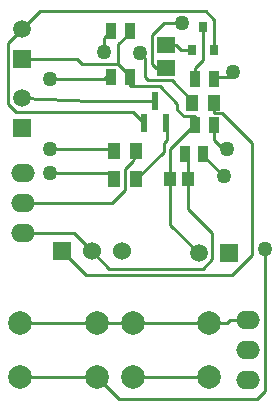
<source format=gbl>
G04 Layer_Physical_Order=2*
G04 Layer_Color=11436288*
%FSLAX25Y25*%
%MOIN*%
G70*
G01*
G75*
%ADD10R,0.03937X0.05118*%
%ADD13C,0.01000*%
%ADD14C,0.07874*%
%ADD15C,0.06000*%
%ADD16R,0.06000X0.06000*%
%ADD17C,0.05906*%
%ADD18R,0.05906X0.05906*%
%ADD19O,0.08000X0.06000*%
%ADD20R,0.05906X0.05906*%
%ADD21C,0.05000*%
%ADD22R,0.02362X0.06299*%
%ADD23R,0.03740X0.05315*%
%ADD24R,0.03150X0.03543*%
%ADD25R,0.06102X0.05315*%
%ADD26R,0.04134X0.05512*%
D10*
X169453Y436500D02*
D03*
X163547D02*
D03*
D13*
X150051Y467504D02*
X160096D01*
X178051Y470800D02*
X182700D01*
X114300Y428500D02*
X144000D01*
X148500Y433000D01*
Y440000D01*
X151040Y442540D01*
X152240Y446000D01*
X174500Y476151D02*
Y487437D01*
X171949Y473600D02*
X174500Y476151D01*
X171949Y470000D02*
Y473600D01*
X195000Y366000D02*
Y413300D01*
X192400Y363400D02*
X195000Y366000D01*
X146474Y363400D02*
X192400D01*
X139091Y370783D02*
X146474Y363400D01*
X137157Y462543D02*
X158500D01*
X114000Y463500D02*
X137157Y462543D01*
X157400Y475000D02*
X158739Y473661D01*
X162000D01*
X143949Y470500D02*
Y472500D01*
X127500Y412500D02*
X135500Y404500D01*
X184000D01*
X190715Y411215D01*
Y448785D01*
X180800Y458700D02*
X190715Y448785D01*
X178240Y458700D02*
X180800D01*
X178240D02*
Y462000D01*
X178051Y449549D02*
Y454500D01*
X182700Y470800D02*
X184300Y472400D01*
X178051Y470000D02*
Y470800D01*
X150051Y467504D02*
Y470500D01*
X160096Y467504D02*
X165900Y461700D01*
Y459800D02*
Y461700D01*
Y459800D02*
X168000Y457700D01*
X171949D01*
Y454500D02*
Y457700D01*
X170760Y462000D02*
Y462744D01*
X164000Y469504D02*
X170760Y462744D01*
X156196Y469504D02*
X164000D01*
X155100Y470600D02*
X156196Y469504D01*
X155100Y470600D02*
Y476800D01*
X153400Y478500D02*
X155100Y476800D01*
X178240Y479563D02*
Y489560D01*
X167206Y479563D02*
X170760D01*
X165431Y481339D02*
X167206Y479563D01*
X162000Y481339D02*
X165431D01*
X109500Y461500D02*
X112000Y459000D01*
X109500Y461500D02*
Y482000D01*
X114000Y486500D01*
X169453Y426547D02*
Y436500D01*
Y426547D02*
X177500Y418500D01*
Y410000D02*
Y418500D01*
X174300Y406800D02*
X177500Y410000D01*
X143200Y406800D02*
X174300D01*
X137500Y412500D02*
X143200Y406800D01*
X171949Y453700D02*
Y454500D01*
X163547Y421453D02*
X173000Y412000D01*
X163547Y421453D02*
Y436500D01*
X114500Y418500D02*
X131500D01*
X137500Y412500D01*
X183500Y389500D02*
X189500D01*
X182500Y388500D02*
X183500Y389500D01*
X176591Y388500D02*
X182500D01*
X113500D02*
X139091D01*
X151000D02*
X176591D01*
X139091D02*
X151000D01*
X113500Y370783D02*
X139091D01*
X151000D02*
X176591D01*
X178051Y449549D02*
X181100Y446500D01*
X182500D01*
X123500D02*
X144260D01*
X123500Y438500D02*
X142760D01*
X141449Y470000D02*
X143949Y472500D01*
X123500Y470000D02*
X141449D01*
X163547Y446747D02*
X171300Y454500D01*
X163547Y436500D02*
Y446747D01*
X169453Y436500D02*
Y443996D01*
X174551Y444449D02*
Y445000D01*
Y444449D02*
X181500Y437500D01*
X141500Y483551D02*
X143949Y486000D01*
X141500Y479000D02*
Y483551D01*
X132500Y476500D02*
X134000Y475000D01*
X146098D02*
X150051Y471046D01*
X134000Y475000D02*
X146098D01*
X114000Y476500D02*
X132500D01*
X150051Y470500D02*
Y471046D01*
X146098Y475000D02*
Y481500D01*
X150051Y485454D01*
Y486000D01*
X167500Y487200D02*
Y488500D01*
X120000Y492500D02*
X175300D01*
X114000Y486500D02*
X120000Y492500D01*
X175300D02*
X178240Y489560D01*
X157400Y475000D02*
Y484569D01*
X161331Y488500D02*
X167500D01*
X157400Y484569D02*
X161331Y488500D01*
X112000Y459000D02*
X151216D01*
X154760Y455457D01*
X152240Y436500D02*
X161547Y445807D01*
Y448528D01*
X162500Y449481D01*
Y455197D01*
D14*
X151000Y388500D02*
D03*
Y370783D02*
D03*
X176591Y388500D02*
D03*
Y370783D02*
D03*
X113500Y388500D02*
D03*
Y370783D02*
D03*
X139091Y388500D02*
D03*
Y370783D02*
D03*
D15*
X147500Y412500D02*
D03*
X137500D02*
D03*
D16*
X127500D02*
D03*
D17*
X114000Y463500D02*
D03*
Y486500D02*
D03*
X173000Y412000D02*
D03*
D18*
X114000Y453500D02*
D03*
Y476500D02*
D03*
D19*
X114500Y438500D02*
D03*
X114300Y428500D02*
D03*
X114500Y418500D02*
D03*
X189500Y389500D02*
D03*
X189300Y379500D02*
D03*
X189500Y369500D02*
D03*
D20*
X183000Y412000D02*
D03*
D21*
X195000Y413300D02*
D03*
X184300Y472400D02*
D03*
X153400Y478500D02*
D03*
X182500Y446500D02*
D03*
X123500D02*
D03*
Y438500D02*
D03*
Y470000D02*
D03*
X181500Y437500D02*
D03*
X141500Y479000D02*
D03*
X167500Y488500D02*
D03*
D22*
X162240Y455457D02*
D03*
X154760D02*
D03*
X158500Y462543D02*
D03*
D23*
X178051Y470000D02*
D03*
X171949D02*
D03*
X143949Y470500D02*
D03*
X150051D02*
D03*
Y486000D02*
D03*
X143949D02*
D03*
X178051Y454500D02*
D03*
X171949D02*
D03*
X174551Y445000D02*
D03*
X168449D02*
D03*
D24*
X174500Y487437D02*
D03*
X170760Y479563D02*
D03*
X178240D02*
D03*
D25*
X162000Y473661D02*
D03*
Y481339D02*
D03*
D26*
X152240Y436500D02*
D03*
X144760D02*
D03*
X152240Y446000D02*
D03*
X144760D02*
D03*
X170760Y462000D02*
D03*
X178240D02*
D03*
M02*

</source>
